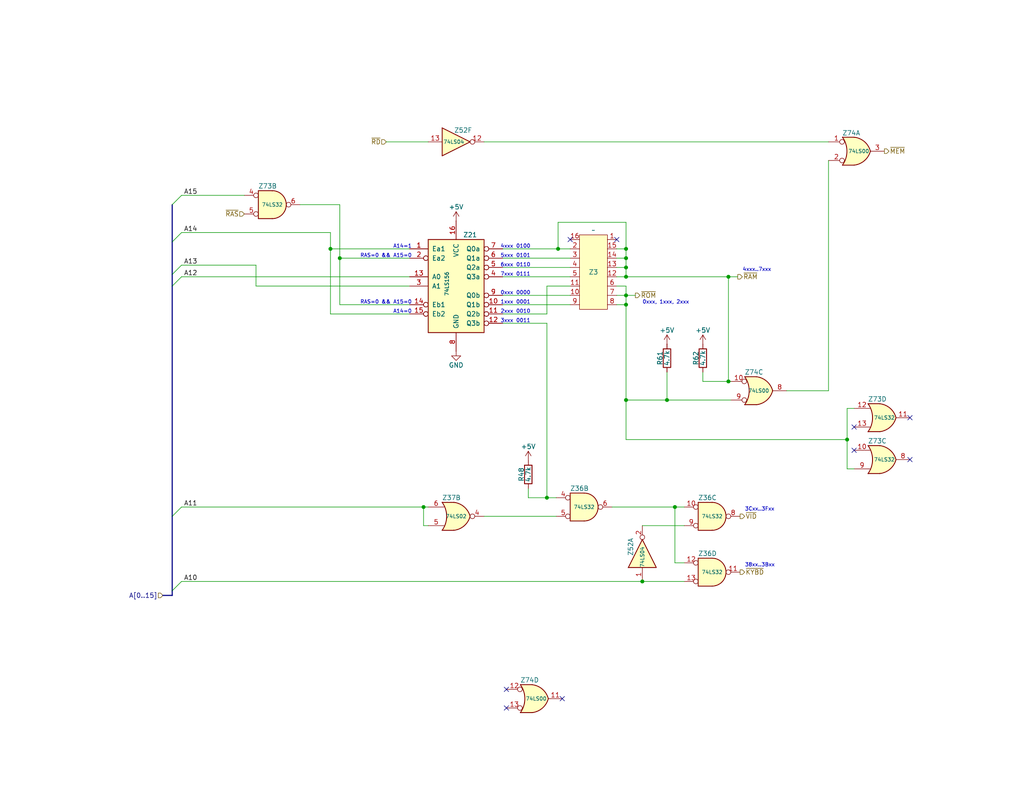
<source format=kicad_sch>
(kicad_sch (version 20231120) (generator "eeschema") (generator_version "8.0")
  (paper "USLetter")
  (title_block (title "TRS-80 Model I Rev D") (date "2024-11-20") (rev "E1A-D") (company "RetroStack - Marcel Erz") (comment 2 "Address decoder circuit for main board components (except IO)") (comment 4 "Address Decoder"))
  (lib_symbols
    (symbol "74xx:74LS00" (pin_names (offset 1.016))
      (property "Reference" "U" (at 0 1.27 0))
      (property "Value" "74LS00" (at 0 -1.27 0))
      (symbol "74LS00_1_1"
        (arc (start 0 -3.81) (mid 3.7934 0) (end 0 3.81) (stroke (width 0.254)) (fill (type background)))
        (polyline (pts (xy 0 3.81) (xy -3.81 3.81) (xy -3.81 -3.81) (xy 0 -3.81)) (stroke (width 0.254)) (fill (type background)))
        (pin input line (at -7.62 2.54 0) (length 3.81) (name "~") (number "1"))
        (pin input line (at -7.62 -2.54 0) (length 3.81) (name "~") (number "2"))
        (pin output inverted (at 7.62 0 180) (length 3.81) (name "~") (number "3"))
      )
      (symbol "74LS00_1_2"
        (arc (start -3.81 -3.81) (mid -2.589 0) (end -3.81 3.81) (stroke (width 0.254)))
        (arc (start -0.6096 -3.81) (mid 2.1842 -2.5851) (end 3.81 0) (stroke (width 0.254)) (fill (type background)))
        (polyline (pts (xy -3.81 -3.81) (xy -0.635 -3.81)) (stroke (width 0.254)) (fill (type background)))
        (polyline (pts (xy -3.81 3.81) (xy -0.635 3.81)) (stroke (width 0.254)) (fill (type background)))
        (polyline (pts (xy -0.635 3.81) (xy -3.81 3.81) (xy -3.81 3.81) (xy -3.556 3.4036) (xy -3.0226 2.2606) (xy -2.6924 1.0414) (xy -2.6162 -0.254) (xy -2.7686 -1.4986) (xy -3.175 -2.7178) (xy -3.81 -3.81) (xy -3.81 -3.81) (xy -0.635 -3.81)) (stroke (width -25.4)) (fill (type background)))
        (arc (start 3.81 0) (mid 2.1915 2.5936) (end -0.6096 3.81) (stroke (width 0.254)) (fill (type background)))
        (pin input inverted (at -7.62 2.54 0) (length 4.318) (name "~") (number "1"))
        (pin input inverted (at -7.62 -2.54 0) (length 4.318) (name "~") (number "2"))
        (pin output line (at 7.62 0 180) (length 3.81) (name "~") (number "3"))
      )
      (symbol "74LS00_2_1"
        (arc (start 0 -3.81) (mid 3.7934 0) (end 0 3.81) (stroke (width 0.254)) (fill (type background)))
        (polyline (pts (xy 0 3.81) (xy -3.81 3.81) (xy -3.81 -3.81) (xy 0 -3.81)) (stroke (width 0.254)) (fill (type background)))
        (pin input line (at -7.62 2.54 0) (length 3.81) (name "~") (number "4"))
        (pin input line (at -7.62 -2.54 0) (length 3.81) (name "~") (number "5"))
        (pin output inverted (at 7.62 0 180) (length 3.81) (name "~") (number "6"))
      )
      (symbol "74LS00_2_2"
        (arc (start -3.81 -3.81) (mid -2.589 0) (end -3.81 3.81) (stroke (width 0.254)))
        (arc (start -0.6096 -3.81) (mid 2.1842 -2.5851) (end 3.81 0) (stroke (width 0.254)) (fill (type background)))
        (polyline (pts (xy -3.81 -3.81) (xy -0.635 -3.81)) (stroke (width 0.254)) (fill (type background)))
        (polyline (pts (xy -3.81 3.81) (xy -0.635 3.81)) (stroke (width 0.254)) (fill (type background)))
        (polyline (pts (xy -0.635 3.81) (xy -3.81 3.81) (xy -3.81 3.81) (xy -3.556 3.4036) (xy -3.0226 2.2606) (xy -2.6924 1.0414) (xy -2.6162 -0.254) (xy -2.7686 -1.4986) (xy -3.175 -2.7178) (xy -3.81 -3.81) (xy -3.81 -3.81) (xy -0.635 -3.81)) (stroke (width -25.4)) (fill (type background)))
        (arc (start 3.81 0) (mid 2.1915 2.5936) (end -0.6096 3.81) (stroke (width 0.254)) (fill (type background)))
        (pin input inverted (at -7.62 2.54 0) (length 4.318) (name "~") (number "4"))
        (pin input inverted (at -7.62 -2.54 0) (length 4.318) (name "~") (number "5"))
        (pin output line (at 7.62 0 180) (length 3.81) (name "~") (number "6"))
      )
      (symbol "74LS00_3_1"
        (arc (start 0 -3.81) (mid 3.7934 0) (end 0 3.81) (stroke (width 0.254)) (fill (type background)))
        (polyline (pts (xy 0 3.81) (xy -3.81 3.81) (xy -3.81 -3.81) (xy 0 -3.81)) (stroke (width 0.254)) (fill (type background)))
        (pin input line (at -7.62 -2.54 0) (length 3.81) (name "~") (number "10"))
        (pin output inverted (at 7.62 0 180) (length 3.81) (name "~") (number "8"))
        (pin input line (at -7.62 2.54 0) (length 3.81) (name "~") (number "9"))
      )
      (symbol "74LS00_3_2"
        (arc (start -3.81 -3.81) (mid -2.589 0) (end -3.81 3.81) (stroke (width 0.254)))
        (arc (start -0.6096 -3.81) (mid 2.1842 -2.5851) (end 3.81 0) (stroke (width 0.254)) (fill (type background)))
        (polyline (pts (xy -3.81 -3.81) (xy -0.635 -3.81)) (stroke (width 0.254)) (fill (type background)))
        (polyline (pts (xy -3.81 3.81) (xy -0.635 3.81)) (stroke (width 0.254)) (fill (type background)))
        (polyline (pts (xy -0.635 3.81) (xy -3.81 3.81) (xy -3.81 3.81) (xy -3.556 3.4036) (xy -3.0226 2.2606) (xy -2.6924 1.0414) (xy -2.6162 -0.254) (xy -2.7686 -1.4986) (xy -3.175 -2.7178) (xy -3.81 -3.81) (xy -3.81 -3.81) (xy -0.635 -3.81)) (stroke (width -25.4)) (fill (type background)))
        (arc (start 3.81 0) (mid 2.1915 2.5936) (end -0.6096 3.81) (stroke (width 0.254)) (fill (type background)))
        (pin input inverted (at -7.62 -2.54 0) (length 4.318) (name "~") (number "10"))
        (pin output line (at 7.62 0 180) (length 3.81) (name "~") (number "8"))
        (pin input inverted (at -7.62 2.54 0) (length 4.318) (name "~") (number "9"))
      )
      (symbol "74LS00_4_1"
        (arc (start 0 -3.81) (mid 3.7934 0) (end 0 3.81) (stroke (width 0.254)) (fill (type background)))
        (polyline (pts (xy 0 3.81) (xy -3.81 3.81) (xy -3.81 -3.81) (xy 0 -3.81)) (stroke (width 0.254)) (fill (type background)))
        (pin output inverted (at 7.62 0 180) (length 3.81) (name "~") (number "11"))
        (pin input line (at -7.62 2.54 0) (length 3.81) (name "~") (number "12"))
        (pin input line (at -7.62 -2.54 0) (length 3.81) (name "~") (number "13"))
      )
      (symbol "74LS00_4_2"
        (arc (start -3.81 -3.81) (mid -2.589 0) (end -3.81 3.81) (stroke (width 0.254)))
        (arc (start -0.6096 -3.81) (mid 2.1842 -2.5851) (end 3.81 0) (stroke (width 0.254)) (fill (type background)))
        (polyline (pts (xy -3.81 -3.81) (xy -0.635 -3.81)) (stroke (width 0.254)) (fill (type background)))
        (polyline (pts (xy -3.81 3.81) (xy -0.635 3.81)) (stroke (width 0.254)) (fill (type background)))
        (polyline (pts (xy -0.635 3.81) (xy -3.81 3.81) (xy -3.81 3.81) (xy -3.556 3.4036) (xy -3.0226 2.2606) (xy -2.6924 1.0414) (xy -2.6162 -0.254) (xy -2.7686 -1.4986) (xy -3.175 -2.7178) (xy -3.81 -3.81) (xy -3.81 -3.81) (xy -0.635 -3.81)) (stroke (width -25.4)) (fill (type background)))
        (arc (start 3.81 0) (mid 2.1915 2.5936) (end -0.6096 3.81) (stroke (width 0.254)) (fill (type background)))
        (pin output line (at 7.62 0 180) (length 3.81) (name "~") (number "11"))
        (pin input inverted (at -7.62 2.54 0) (length 4.318) (name "~") (number "12"))
        (pin input inverted (at -7.62 -2.54 0) (length 4.318) (name "~") (number "13"))
      )
      (symbol "74LS00_5_0"
        (pin power_in line (at 0 12.7 270) (length 5.08) (name "VCC") (number "14"))
        (pin power_in line (at 0 -12.7 90) (length 5.08) (name "GND") (number "7"))
      )
      (symbol "74LS00_5_1"
        (rectangle (start -5.08 7.62) (end 5.08 -7.62) (stroke (width 0.254)) (fill (type background)))
      )
    )
    (symbol "74xx:74LS02" (pin_names (offset 1.016))
      (property "Reference" "U" (at 0 1.27 0))
      (property "Value" "74LS02" (at 0 -1.27 0))
      (symbol "74LS02_1_1"
        (arc (start -3.81 -3.81) (mid -2.589 0) (end -3.81 3.81) (stroke (width 0.254)))
        (arc (start -0.6096 -3.81) (mid 2.1842 -2.5851) (end 3.81 0) (stroke (width 0.254)) (fill (type background)))
        (polyline (pts (xy -3.81 -3.81) (xy -0.635 -3.81)) (stroke (width 0.254)) (fill (type background)))
        (polyline (pts (xy -3.81 3.81) (xy -0.635 3.81)) (stroke (width 0.254)) (fill (type background)))
        (polyline (pts (xy -0.635 3.81) (xy -3.81 3.81) (xy -3.81 3.81) (xy -3.556 3.4036) (xy -3.0226 2.2606) (xy -2.6924 1.0414) (xy -2.6162 -0.254) (xy -2.7686 -1.4986) (xy -3.175 -2.7178) (xy -3.81 -3.81) (xy -3.81 -3.81) (xy -0.635 -3.81)) (stroke (width -25.4)) (fill (type background)))
        (arc (start 3.81 0) (mid 2.1915 2.5936) (end -0.6096 3.81) (stroke (width 0.254)) (fill (type background)))
        (pin output inverted (at 7.62 0 180) (length 3.81) (name "~") (number "1"))
        (pin input line (at -7.62 2.54 0) (length 4.318) (name "~") (number "2"))
        (pin input line (at -7.62 -2.54 0) (length 4.318) (name "~") (number "3"))
      )
      (symbol "74LS02_1_2"
        (arc (start 0 -3.81) (mid 3.7934 0) (end 0 3.81) (stroke (width 0.254)) (fill (type background)))
        (polyline (pts (xy 0 3.81) (xy -3.81 3.81) (xy -3.81 -3.81) (xy 0 -3.81)) (stroke (width 0.254)) (fill (type background)))
        (pin output line (at 7.62 0 180) (length 3.81) (name "~") (number "1"))
        (pin input inverted (at -7.62 2.54 0) (length 3.81) (name "~") (number "2"))
        (pin input inverted (at -7.62 -2.54 0) (length 3.81) (name "~") (number "3"))
      )
      (symbol "74LS02_2_1"
        (arc (start -3.81 -3.81) (mid -2.589 0) (end -3.81 3.81) (stroke (width 0.254)))
        (arc (start -0.6096 -3.81) (mid 2.1842 -2.5851) (end 3.81 0) (stroke (width 0.254)) (fill (type background)))
        (polyline (pts (xy -3.81 -3.81) (xy -0.635 -3.81)) (stroke (width 0.254)) (fill (type background)))
        (polyline (pts (xy -3.81 3.81) (xy -0.635 3.81)) (stroke (width 0.254)) (fill (type background)))
        (polyline (pts (xy -0.635 3.81) (xy -3.81 3.81) (xy -3.81 3.81) (xy -3.556 3.4036) (xy -3.0226 2.2606) (xy -2.6924 1.0414) (xy -2.6162 -0.254) (xy -2.7686 -1.4986) (xy -3.175 -2.7178) (xy -3.81 -3.81) (xy -3.81 -3.81) (xy -0.635 -3.81)) (stroke (width -25.4)) (fill (type background)))
        (arc (start 3.81 0) (mid 2.1915 2.5936) (end -0.6096 3.81) (stroke (width 0.254)) (fill (type background)))
        (pin output inverted (at 7.62 0 180) (length 3.81) (name "~") (number "4"))
        (pin input line (at -7.62 2.54 0) (length 4.318) (name "~") (number "5"))
        (pin input line (at -7.62 -2.54 0) (length 4.318) (name "~") (number "6"))
      )
      (symbol "74LS02_2_2"
        (arc (start 0 -3.81) (mid 3.7934 0) (end 0 3.81) (stroke (width 0.254)) (fill (type background)))
        (polyline (pts (xy 0 3.81) (xy -3.81 3.81) (xy -3.81 -3.81) (xy 0 -3.81)) (stroke (width 0.254)) (fill (type background)))
        (pin output line (at 7.62 0 180) (length 3.81) (name "~") (number "4"))
        (pin input inverted (at -7.62 2.54 0) (length 3.81) (name "~") (number "5"))
        (pin input inverted (at -7.62 -2.54 0) (length 3.81) (name "~") (number "6"))
      )
      (symbol "74LS02_3_1"
        (arc (start -3.81 -3.81) (mid -2.589 0) (end -3.81 3.81) (stroke (width 0.254)))
        (arc (start -0.6096 -3.81) (mid 2.1842 -2.5851) (end 3.81 0) (stroke (width 0.254)) (fill (type background)))
        (polyline (pts (xy -3.81 -3.81) (xy -0.635 -3.81)) (stroke (width 0.254)) (fill (type background)))
        (polyline (pts (xy -3.81 3.81) (xy -0.635 3.81)) (stroke (width 0.254)) (fill (type background)))
        (polyline (pts (xy -0.635 3.81) (xy -3.81 3.81) (xy -3.81 3.81) (xy -3.556 3.4036) (xy -3.0226 2.2606) (xy -2.6924 1.0414) (xy -2.6162 -0.254) (xy -2.7686 -1.4986) (xy -3.175 -2.7178) (xy -3.81 -3.81) (xy -3.81 -3.81) (xy -0.635 -3.81)) (stroke (width -25.4)) (fill (type background)))
        (arc (start 3.81 0) (mid 2.1915 2.5936) (end -0.6096 3.81) (stroke (width 0.254)) (fill (type background)))
        (pin output inverted (at 7.62 0 180) (length 3.81) (name "~") (number "10"))
        (pin input line (at -7.62 2.54 0) (length 4.318) (name "~") (number "8"))
        (pin input line (at -7.62 -2.54 0) (length 4.318) (name "~") (number "9"))
      )
      (symbol "74LS02_3_2"
        (arc (start 0 -3.81) (mid 3.7934 0) (end 0 3.81) (stroke (width 0.254)) (fill (type background)))
        (polyline (pts (xy 0 3.81) (xy -3.81 3.81) (xy -3.81 -3.81) (xy 0 -3.81)) (stroke (width 0.254)) (fill (type background)))
        (pin output line (at 7.62 0 180) (length 3.81) (name "~") (number "10"))
        (pin input inverted (at -7.62 2.54 0) (length 3.81) (name "~") (number "8"))
        (pin input inverted (at -7.62 -2.54 0) (length 3.81) (name "~") (number "9"))
      )
      (symbol "74LS02_4_1"
        (arc (start -3.81 -3.81) (mid -2.589 0) (end -3.81 3.81) (stroke (width 0.254)))
        (arc (start -0.6096 -3.81) (mid 2.1842 -2.5851) (end 3.81 0) (stroke (width 0.254)) (fill (type background)))
        (polyline (pts (xy -3.81 -3.81) (xy -0.635 -3.81)) (stroke (width 0.254)) (fill (type background)))
        (polyline (pts (xy -3.81 3.81) (xy -0.635 3.81)) (stroke (width 0.254)) (fill (type background)))
        (polyline (pts (xy -0.635 3.81) (xy -3.81 3.81) (xy -3.81 3.81) (xy -3.556 3.4036) (xy -3.0226 2.2606) (xy -2.6924 1.0414) (xy -2.6162 -0.254) (xy -2.7686 -1.4986) (xy -3.175 -2.7178) (xy -3.81 -3.81) (xy -3.81 -3.81) (xy -0.635 -3.81)) (stroke (width -25.4)) (fill (type background)))
        (arc (start 3.81 0) (mid 2.1915 2.5936) (end -0.6096 3.81) (stroke (width 0.254)) (fill (type background)))
        (pin input line (at -7.62 2.54 0) (length 4.318) (name "~") (number "11"))
        (pin input line (at -7.62 -2.54 0) (length 4.318) (name "~") (number "12"))
        (pin output inverted (at 7.62 0 180) (length 3.81) (name "~") (number "13"))
      )
      (symbol "74LS02_4_2"
        (arc (start 0 -3.81) (mid 3.7934 0) (end 0 3.81) (stroke (width 0.254)) (fill (type background)))
        (polyline (pts (xy 0 3.81) (xy -3.81 3.81) (xy -3.81 -3.81) (xy 0 -3.81)) (stroke (width 0.254)) (fill (type background)))
        (pin input inverted (at -7.62 2.54 0) (length 3.81) (name "~") (number "11"))
        (pin input inverted (at -7.62 -2.54 0) (length 3.81) (name "~") (number "12"))
        (pin output line (at 7.62 0 180) (length 3.81) (name "~") (number "13"))
      )
      (symbol "74LS02_5_0"
        (pin power_in line (at 0 12.7 270) (length 5.08) (name "VCC") (number "14"))
        (pin power_in line (at 0 -12.7 90) (length 5.08) (name "GND") (number "7"))
      )
      (symbol "74LS02_5_1"
        (rectangle (start -5.08 7.62) (end 5.08 -7.62) (stroke (width 0.254)) (fill (type background)))
      )
    )
    (symbol "74xx:74LS04"
      (property "Reference" "U" (at 0 1.27 0))
      (property "Value" "74LS04" (at 0 -1.27 0))
      (symbol "74LS04_1_0"
        (polyline (pts (xy -3.81 3.81) (xy -3.81 -3.81) (xy 3.81 0) (xy -3.81 3.81)) (stroke (width 0.254)) (fill (type background)))
        (pin input line (at -7.62 0 0) (length 3.81) (name "~") (number "1"))
        (pin output inverted (at 7.62 0 180) (length 3.81) (name "~") (number "2"))
      )
      (symbol "74LS04_2_0"
        (polyline (pts (xy -3.81 3.81) (xy -3.81 -3.81) (xy 3.81 0) (xy -3.81 3.81)) (stroke (width 0.254)) (fill (type background)))
        (pin input line (at -7.62 0 0) (length 3.81) (name "~") (number "3"))
        (pin output inverted (at 7.62 0 180) (length 3.81) (name "~") (number "4"))
      )
      (symbol "74LS04_3_0"
        (polyline (pts (xy -3.81 3.81) (xy -3.81 -3.81) (xy 3.81 0) (xy -3.81 3.81)) (stroke (width 0.254)) (fill (type background)))
        (pin input line (at -7.62 0 0) (length 3.81) (name "~") (number "5"))
        (pin output inverted (at 7.62 0 180) (length 3.81) (name "~") (number "6"))
      )
      (symbol "74LS04_4_0"
        (polyline (pts (xy -3.81 3.81) (xy -3.81 -3.81) (xy 3.81 0) (xy -3.81 3.81)) (stroke (width 0.254)) (fill (type background)))
        (pin output inverted (at 7.62 0 180) (length 3.81) (name "~") (number "8"))
        (pin input line (at -7.62 0 0) (length 3.81) (name "~") (number "9"))
      )
      (symbol "74LS04_5_0"
        (polyline (pts (xy -3.81 3.81) (xy -3.81 -3.81) (xy 3.81 0) (xy -3.81 3.81)) (stroke (width 0.254)) (fill (type background)))
        (pin output inverted (at 7.62 0 180) (length 3.81) (name "~") (number "10"))
        (pin input line (at -7.62 0 0) (length 3.81) (name "~") (number "11"))
      )
      (symbol "74LS04_6_0"
        (polyline (pts (xy -3.81 3.81) (xy -3.81 -3.81) (xy 3.81 0) (xy -3.81 3.81)) (stroke (width 0.254)) (fill (type background)))
        (pin output inverted (at 7.62 0 180) (length 3.81) (name "~") (number "12"))
        (pin input line (at -7.62 0 0) (length 3.81) (name "~") (number "13"))
      )
      (symbol "74LS04_7_0"
        (pin power_in line (at 0 12.7 270) (length 5.08) (name "VCC") (number "14"))
        (pin power_in line (at 0 -12.7 90) (length 5.08) (name "GND") (number "7"))
      )
      (symbol "74LS04_7_1"
        (rectangle (start -5.08 7.62) (end 5.08 -7.62) (stroke (width 0.254)) (fill (type background)))
      )
    )
    (symbol "74xx:74LS156" (pin_names (offset 1.016))
      (property "Reference" "U" (at -7.62 13.97 0))
      (property "Value" "74LS156" (at -7.62 -13.97 0))
      (symbol "74LS156_1_0"
        (pin input line (at -12.7 10.16 0) (length 5.08) (name "Ea1") (number "1"))
        (pin output inverted (at 12.7 -5.08 180) (length 5.08) (name "Q1b") (number "10"))
        (pin output inverted (at 12.7 -7.62 180) (length 5.08) (name "Q2b") (number "11"))
        (pin output inverted (at 12.7 -10.16 180) (length 5.08) (name "Q3b") (number "12"))
        (pin input line (at -12.7 2.54 0) (length 5.08) (name "A0") (number "13"))
        (pin input inverted (at -12.7 -5.08 0) (length 5.08) (name "Eb1") (number "14"))
        (pin input inverted (at -12.7 -7.62 0) (length 5.08) (name "Eb2") (number "15"))
        (pin power_in line (at 0 17.78 270) (length 5.08) (name "VCC") (number "16"))
        (pin input inverted (at -12.7 7.62 0) (length 5.08) (name "Ea2") (number "2"))
        (pin input line (at -12.7 0 0) (length 5.08) (name "A1") (number "3"))
        (pin output inverted (at 12.7 2.54 180) (length 5.08) (name "Q3a") (number "4"))
        (pin output inverted (at 12.7 5.08 180) (length 5.08) (name "Q2a") (number "5"))
        (pin output inverted (at 12.7 7.62 180) (length 5.08) (name "Q1a") (number "6"))
        (pin output inverted (at 12.7 10.16 180) (length 5.08) (name "Q0a") (number "7"))
        (pin power_in line (at 0 -17.78 90) (length 5.08) (name "GND") (number "8"))
        (pin output inverted (at 12.7 -2.54 180) (length 5.08) (name "Q0b") (number "9"))
      )
      (symbol "74LS156_1_1"
        (rectangle (start -7.62 12.7) (end 7.62 -12.7) (stroke (width 0.254)) (fill (type background)))
      )
    )
    (symbol "74xx:74LS32" (pin_names (offset 1.016))
      (property "Reference" "U" (at 0 1.27 0))
      (property "Value" "74LS32" (at 0 -1.27 0))
      (symbol "74LS32_1_1"
        (arc (start -3.81 -3.81) (mid -2.589 0) (end -3.81 3.81) (stroke (width 0.254)))
        (arc (start -0.6096 -3.81) (mid 2.1842 -2.5851) (end 3.81 0) (stroke (width 0.254)) (fill (type background)))
        (polyline (pts (xy -3.81 -3.81) (xy -0.635 -3.81)) (stroke (width 0.254)) (fill (type background)))
        (polyline (pts (xy -3.81 3.81) (xy -0.635 3.81)) (stroke (width 0.254)) (fill (type background)))
        (polyline (pts (xy -0.635 3.81) (xy -3.81 3.81) (xy -3.81 3.81) (xy -3.556 3.4036) (xy -3.0226 2.2606) (xy -2.6924 1.0414) (xy -2.6162 -0.254) (xy -2.7686 -1.4986) (xy -3.175 -2.7178) (xy -3.81 -3.81) (xy -3.81 -3.81) (xy -0.635 -3.81)) (stroke (width -25.4)) (fill (type background)))
        (arc (start 3.81 0) (mid 2.1915 2.5936) (end -0.6096 3.81) (stroke (width 0.254)) (fill (type background)))
        (pin input line (at -7.62 2.54 0) (length 4.318) (name "~") (number "1"))
        (pin input line (at -7.62 -2.54 0) (length 4.318) (name "~") (number "2"))
        (pin output line (at 7.62 0 180) (length 3.81) (name "~") (number "3"))
      )
      (symbol "74LS32_1_2"
        (arc (start 0 -3.81) (mid 3.7934 0) (end 0 3.81) (stroke (width 0.254)) (fill (type background)))
        (polyline (pts (xy 0 3.81) (xy -3.81 3.81) (xy -3.81 -3.81) (xy 0 -3.81)) (stroke (width 0.254)) (fill (type background)))
        (pin input inverted (at -7.62 2.54 0) (length 3.81) (name "~") (number "1"))
        (pin input inverted (at -7.62 -2.54 0) (length 3.81) (name "~") (number "2"))
        (pin output inverted (at 7.62 0 180) (length 3.81) (name "~") (number "3"))
      )
      (symbol "74LS32_2_1"
        (arc (start -3.81 -3.81) (mid -2.589 0) (end -3.81 3.81) (stroke (width 0.254)))
        (arc (start -0.6096 -3.81) (mid 2.1842 -2.5851) (end 3.81 0) (stroke (width 0.254)) (fill (type background)))
        (polyline (pts (xy -3.81 -3.81) (xy -0.635 -3.81)) (stroke (width 0.254)) (fill (type background)))
        (polyline (pts (xy -3.81 3.81) (xy -0.635 3.81)) (stroke (width 0.254)) (fill (type background)))
        (polyline (pts (xy -0.635 3.81) (xy -3.81 3.81) (xy -3.81 3.81) (xy -3.556 3.4036) (xy -3.0226 2.2606) (xy -2.6924 1.0414) (xy -2.6162 -0.254) (xy -2.7686 -1.4986) (xy -3.175 -2.7178) (xy -3.81 -3.81) (xy -3.81 -3.81) (xy -0.635 -3.81)) (stroke (width -25.4)) (fill (type background)))
        (arc (start 3.81 0) (mid 2.1915 2.5936) (end -0.6096 3.81) (stroke (width 0.254)) (fill (type background)))
        (pin input line (at -7.62 2.54 0) (length 4.318) (name "~") (number "4"))
        (pin input line (at -7.62 -2.54 0) (length 4.318) (name "~") (number "5"))
        (pin output line (at 7.62 0 180) (length 3.81) (name "~") (number "6"))
      )
      (symbol "74LS32_2_2"
        (arc (start 0 -3.81) (mid 3.7934 0) (end 0 3.81) (stroke (width 0.254)) (fill (type background)))
        (polyline (pts (xy 0 3.81) (xy -3.81 3.81) (xy -3.81 -3.81) (xy 0 -3.81)) (stroke (width 0.254)) (fill (type background)))
        (pin input inverted (at -7.62 2.54 0) (length 3.81) (name "~") (number "4"))
        (pin input inverted (at -7.62 -2.54 0) (length 3.81) (name "~") (number "5"))
        (pin output inverted (at 7.62 0 180) (length 3.81) (name "~") (number "6"))
      )
      (symbol "74LS32_3_1"
        (arc (start -3.81 -3.81) (mid -2.589 0) (end -3.81 3.81) (stroke (width 0.254)))
        (arc (start -0.6096 -3.81) (mid 2.1842 -2.5851) (end 3.81 0) (stroke (width 0.254)) (fill (type background)))
        (polyline (pts (xy -3.81 -3.81) (xy -0.635 -3.81)) (stroke (width 0.254)) (fill (type background)))
        (polyline (pts (xy -3.81 3.81) (xy -0.635 3.81)) (stroke (width 0.254)) (fill (type background)))
        (polyline (pts (xy -0.635 3.81) (xy -3.81 3.81) (xy -3.81 3.81) (xy -3.556 3.4036) (xy -3.0226 2.2606) (xy -2.6924 1.0414) (xy -2.6162 -0.254) (xy -2.7686 -1.4986) (xy -3.175 -2.7178) (xy -3.81 -3.81) (xy -3.81 -3.81) (xy -0.635 -3.81)) (stroke (width -25.4)) (fill (type background)))
        (arc (start 3.81 0) (mid 2.1915 2.5936) (end -0.6096 3.81) (stroke (width 0.254)) (fill (type background)))
        (pin input line (at -7.62 -2.54 0) (length 4.318) (name "~") (number "10"))
        (pin output line (at 7.62 0 180) (length 3.81) (name "~") (number "8"))
        (pin input line (at -7.62 2.54 0) (length 4.318) (name "~") (number "9"))
      )
      (symbol "74LS32_3_2"
        (arc (start 0 -3.81) (mid 3.7934 0) (end 0 3.81) (stroke (width 0.254)) (fill (type background)))
        (polyline (pts (xy 0 3.81) (xy -3.81 3.81) (xy -3.81 -3.81) (xy 0 -3.81)) (stroke (width 0.254)) (fill (type background)))
        (pin input inverted (at -7.62 -2.54 0) (length 3.81) (name "~") (number "10"))
        (pin output inverted (at 7.62 0 180) (length 3.81) (name "~") (number "8"))
        (pin input inverted (at -7.62 2.54 0) (length 3.81) (name "~") (number "9"))
      )
      (symbol "74LS32_4_1"
        (arc (start -3.81 -3.81) (mid -2.589 0) (end -3.81 3.81) (stroke (width 0.254)))
        (arc (start -0.6096 -3.81) (mid 2.1842 -2.5851) (end 3.81 0) (stroke (width 0.254)) (fill (type background)))
        (polyline (pts (xy -3.81 -3.81) (xy -0.635 -3.81)) (stroke (width 0.254)) (fill (type background)))
        (polyline (pts (xy -3.81 3.81) (xy -0.635 3.81)) (stroke (width 0.254)) (fill (type background)))
        (polyline (pts (xy -0.635 3.81) (xy -3.81 3.81) (xy -3.81 3.81) (xy -3.556 3.4036) (xy -3.0226 2.2606) (xy -2.6924 1.0414) (xy -2.6162 -0.254) (xy -2.7686 -1.4986) (xy -3.175 -2.7178) (xy -3.81 -3.81) (xy -3.81 -3.81) (xy -0.635 -3.81)) (stroke (width -25.4)) (fill (type background)))
        (arc (start 3.81 0) (mid 2.1915 2.5936) (end -0.6096 3.81) (stroke (width 0.254)) (fill (type background)))
        (pin output line (at 7.62 0 180) (length 3.81) (name "~") (number "11"))
        (pin input line (at -7.62 2.54 0) (length 4.318) (name "~") (number "12"))
        (pin input line (at -7.62 -2.54 0) (length 4.318) (name "~") (number "13"))
      )
      (symbol "74LS32_4_2"
        (arc (start 0 -3.81) (mid 3.7934 0) (end 0 3.81) (stroke (width 0.254)) (fill (type background)))
        (polyline (pts (xy 0 3.81) (xy -3.81 3.81) (xy -3.81 -3.81) (xy 0 -3.81)) (stroke (width 0.254)) (fill (type background)))
        (pin output inverted (at 7.62 0 180) (length 3.81) (name "~") (number "11"))
        (pin input inverted (at -7.62 2.54 0) (length 3.81) (name "~") (number "12"))
        (pin input inverted (at -7.62 -2.54 0) (length 3.81) (name "~") (number "13"))
      )
      (symbol "74LS32_5_0"
        (pin power_in line (at 0 12.7 270) (length 5.08) (name "VCC") (number "14"))
        (pin power_in line (at 0 -12.7 90) (length 5.08) (name "GND") (number "7"))
      )
      (symbol "74LS32_5_1"
        (rectangle (start -5.08 7.62) (end 5.08 -7.62) (stroke (width 0.254)) (fill (type background)))
      )
    )
    (symbol "Device:R" (pin_numbers hide) (pin_names (offset 0))
      (property "Reference" "R" (at 2.032 0 90))
      (property "Value" "R" (at 0 0 90))
      (symbol "R_0_1"
        (rectangle (start -1.016 -2.54) (end 1.016 2.54) (stroke (width 0.254)))
      )
      (symbol "R_1_1"
        (pin passive line (at 0 3.81 270) (length 1.27) (name "~") (number "1"))
        (pin passive line (at 0 -3.81 90) (length 1.27) (name "~") (number "2"))
      )
    )
    (symbol "RetroStackLibrary:TRS80_Model_I_X3"
      (property "Reference" "X" (at 0 0 0))
      (property "Value" "TRS80_Model_I_X3" (at 0 0 0))
      (symbol "TRS80_Model_I_X3_1_1"
        (rectangle (start -3.81 -1.27) (end 3.81 -21.59) (fill (type background)))
        (pin passive line (at 6.35 -2.54 180) (length 2.54) (name "~") (number "1"))
        (pin passive line (at -6.35 -17.78 0) (length 2.54) (name "~") (number "10"))
        (pin passive line (at -6.35 -15.24 0) (length 2.54) (name "~") (number "11"))
        (pin passive line (at 6.35 -12.7 180) (length 2.54) (name "~") (number "12"))
        (pin passive line (at 6.35 -10.16 180) (length 2.54) (name "~") (number "13"))
        (pin passive line (at 6.35 -7.62 180) (length 2.54) (name "~") (number "14"))
        (pin passive line (at 6.35 -5.08 180) (length 2.54) (name "~") (number "15"))
        (pin passive line (at -6.35 -2.54 0) (length 2.54) (name "~") (number "16"))
        (pin passive line (at -6.35 -5.08 0) (length 2.54) (name "~") (number "2"))
        (pin passive line (at -6.35 -7.62 0) (length 2.54) (name "~") (number "3"))
        (pin passive line (at -6.35 -10.16 0) (length 2.54) (name "~") (number "4"))
        (pin passive line (at -6.35 -12.7 0) (length 2.54) (name "~") (number "5"))
        (pin passive line (at 6.35 -15.24 180) (length 2.54) (name "~") (number "6"))
        (pin passive line (at 6.35 -17.78 180) (length 2.54) (name "~") (number "7"))
        (pin passive line (at 6.35 -20.32 180) (length 2.54) (name "~") (number "8"))
        (pin passive line (at -6.35 -20.32 0) (length 2.54) (name "~") (number "9"))
      )
    )
    (symbol "power:+5V" (power) (pin_numbers hide) (pin_names (offset 0) hide)
      (property "Value" "+5V" (at 0 3.556 0))
      (symbol "+5V_0_1"
        (polyline (pts (xy -0.762 1.27) (xy 0 2.54)))
        (polyline (pts (xy 0 0) (xy 0 2.54)))
        (polyline (pts (xy 0 2.54) (xy 0.762 1.27)))
      )
      (symbol "+5V_1_1"
        (pin power_in line (at 0 0 90) (length 0) (name "~") (number "1"))
      )
    )
    (symbol "power:GND" (power) (pin_numbers hide) (pin_names (offset 0) hide)
      (property "Value" "GND" (at 0 -3.81 0))
      (symbol "GND_0_1"
        (polyline (pts (xy 0 0) (xy 0 -1.27) (xy 1.27 -1.27) (xy 0 -2.54) (xy -1.27 -1.27) (xy 0 -1.27)))
      )
      (symbol "GND_1_1"
        (pin power_in line (at 0 0 270) (length 0) (name "~") (number "1"))
      )
    )
  )
  (junction (at 231.14 120.015))
  (junction (at 149.225 135.89))
  (junction (at 170.815 80.645))
  (junction (at 170.815 73.025))
  (junction (at 170.815 109.22))
  (junction (at 115.57 138.43))
  (junction (at 170.815 67.945))
  (junction (at 181.991 109.22))
  (junction (at 198.755 75.565))
  (junction (at 198.755 104.14))
  (junction (at 175.26 158.75))
  (junction (at 170.815 75.565))
  (junction (at 92.71 70.485))
  (junction (at 184.15 138.43))
  (junction (at 90.17 67.945))
  (junction (at 170.815 83.185))
  (junction (at 152.273 67.945))
  (junction (at 170.815 70.485))
  (no_connect (at 233.045 116.586))
  (no_connect (at 138.176 193.294))
  (no_connect (at 155.575 65.405))
  (no_connect (at 248.285 125.476))
  (no_connect (at 168.275 65.405))
  (no_connect (at 248.285 114.046))
  (no_connect (at 138.176 188.214))
  (no_connect (at 153.416 190.754))
  (no_connect (at 233.045 122.936))
  (bus_entry (at 49.53 138.43) (size -2.54 2.54))
  (bus_entry (at 49.53 158.75) (size -2.54 2.54))
  (bus_entry (at 49.53 75.565) (size -2.54 2.54))
  (bus_entry (at 49.53 63.5) (size -2.54 2.54))
  (bus_entry (at 49.53 53.34) (size -2.54 2.54))
  (bus_entry (at 49.53 72.39) (size -2.54 2.54))
  (wire (pts (xy 152.273 60.706) (xy 152.273 67.945)))
  (wire (pts (xy 170.815 75.565) (xy 198.755 75.565)))
  (wire (pts (xy 231.14 111.506) (xy 231.14 120.015)))
  (wire (pts (xy 170.815 78.105) (xy 168.275 78.105)))
  (wire (pts (xy 231.14 111.506) (xy 233.045 111.506)))
  (wire (pts (xy 184.15 138.43) (xy 186.69 138.43)))
  (wire (pts (xy 132.08 38.735) (xy 226.06 38.735)))
  (wire (pts (xy 137.16 80.645) (xy 155.575 80.645)))
  (wire (pts (xy 137.16 75.565) (xy 155.575 75.565)))
  (wire (pts (xy 152.273 67.945) (xy 155.575 67.945)))
  (bus (pts (xy 46.99 140.97) (xy 46.99 161.29)))
  (wire (pts (xy 115.57 143.51) (xy 115.57 138.43)))
  (wire (pts (xy 168.275 70.485) (xy 170.815 70.485)))
  (wire (pts (xy 149.225 78.105) (xy 149.225 85.725)))
  (wire (pts (xy 198.755 75.565) (xy 201.295 75.565)))
  (wire (pts (xy 175.26 143.51) (xy 186.69 143.51)))
  (wire (pts (xy 170.815 70.485) (xy 170.815 73.025)))
  (bus (pts (xy 44.45 162.56) (xy 46.99 162.56)))
  (wire (pts (xy 90.17 67.945) (xy 111.76 67.945)))
  (wire (pts (xy 184.15 153.67) (xy 186.69 153.67)))
  (wire (pts (xy 191.77 104.14) (xy 198.755 104.14)))
  (wire (pts (xy 198.755 104.14) (xy 199.39 104.14)))
  (wire (pts (xy 49.53 72.39) (xy 69.85 72.39)))
  (bus (pts (xy 46.99 66.04) (xy 46.99 74.93)))
  (wire (pts (xy 137.16 70.485) (xy 155.575 70.485)))
  (wire (pts (xy 132.08 140.97) (xy 151.765 140.97)))
  (wire (pts (xy 137.16 67.945) (xy 152.273 67.945)))
  (wire (pts (xy 167.005 138.43) (xy 184.15 138.43)))
  (wire (pts (xy 184.15 138.43) (xy 184.15 153.67)))
  (wire (pts (xy 231.14 120.015) (xy 231.14 128.016)))
  (wire (pts (xy 90.17 67.945) (xy 90.17 85.725)))
  (wire (pts (xy 198.755 75.565) (xy 198.755 104.14)))
  (wire (pts (xy 175.26 158.75) (xy 186.69 158.75)))
  (wire (pts (xy 90.17 63.5) (xy 90.17 67.945)))
  (wire (pts (xy 49.53 138.43) (xy 115.57 138.43)))
  (wire (pts (xy 81.915 55.88) (xy 92.71 55.88)))
  (wire (pts (xy 92.71 70.485) (xy 111.76 70.485)))
  (wire (pts (xy 170.815 75.565) (xy 170.815 73.025)))
  (bus (pts (xy 46.99 66.04) (xy 46.99 55.88)))
  (wire (pts (xy 168.275 75.565) (xy 170.815 75.565)))
  (wire (pts (xy 191.77 101.6) (xy 191.77 104.14)))
  (wire (pts (xy 69.85 72.39) (xy 69.85 78.105)))
  (wire (pts (xy 111.76 85.725) (xy 90.17 85.725)))
  (wire (pts (xy 170.815 80.645) (xy 173.355 80.645)))
  (wire (pts (xy 115.57 138.43) (xy 116.84 138.43)))
  (wire (pts (xy 149.225 135.89) (xy 149.225 88.265)))
  (wire (pts (xy 170.815 109.22) (xy 170.815 120.015)))
  (wire (pts (xy 49.53 75.565) (xy 111.76 75.565)))
  (wire (pts (xy 49.53 158.75) (xy 175.26 158.75)))
  (wire (pts (xy 168.275 73.025) (xy 170.815 73.025)))
  (wire (pts (xy 170.815 78.105) (xy 170.815 80.645)))
  (wire (pts (xy 137.16 73.025) (xy 155.575 73.025)))
  (bus (pts (xy 46.99 161.29) (xy 46.99 162.56)))
  (wire (pts (xy 92.71 55.88) (xy 92.71 70.485)))
  (wire (pts (xy 170.815 67.945) (xy 170.815 70.485)))
  (wire (pts (xy 170.815 80.645) (xy 170.815 83.185)))
  (wire (pts (xy 144.145 135.89) (xy 149.225 135.89)))
  (wire (pts (xy 105.41 38.735) (xy 116.84 38.735)))
  (wire (pts (xy 170.815 83.185) (xy 170.815 109.22)))
  (wire (pts (xy 168.275 67.945) (xy 170.815 67.945)))
  (wire (pts (xy 137.16 85.725) (xy 149.225 85.725)))
  (wire (pts (xy 137.16 83.185) (xy 155.575 83.185)))
  (wire (pts (xy 199.39 109.22) (xy 181.991 109.22)))
  (wire (pts (xy 49.53 53.34) (xy 66.675 53.34)))
  (wire (pts (xy 181.991 101.6) (xy 181.991 109.22)))
  (wire (pts (xy 155.575 78.105) (xy 149.225 78.105)))
  (wire (pts (xy 170.815 120.015) (xy 231.14 120.015)))
  (wire (pts (xy 231.14 128.016) (xy 233.045 128.016)))
  (wire (pts (xy 151.765 135.89) (xy 149.225 135.89)))
  (wire (pts (xy 170.815 60.706) (xy 152.273 60.706)))
  (wire (pts (xy 92.71 70.485) (xy 92.71 83.185)))
  (bus (pts (xy 46.99 74.93) (xy 46.99 78.105)))
  (wire (pts (xy 92.71 83.185) (xy 111.76 83.185)))
  (wire (pts (xy 144.145 133.35) (xy 144.145 135.89)))
  (wire (pts (xy 168.275 80.645) (xy 170.815 80.645)))
  (wire (pts (xy 214.63 106.68) (xy 226.06 106.68)))
  (bus (pts (xy 46.99 78.105) (xy 46.99 140.97)))
  (wire (pts (xy 116.84 143.51) (xy 115.57 143.51)))
  (wire (pts (xy 168.275 83.185) (xy 170.815 83.185)))
  (wire (pts (xy 149.225 88.265) (xy 137.16 88.265)))
  (wire (pts (xy 49.53 63.5) (xy 90.17 63.5)))
  (wire (pts (xy 181.991 109.22) (xy 170.815 109.22)))
  (wire (pts (xy 170.815 67.945) (xy 170.815 60.706)))
  (wire (pts (xy 69.85 78.105) (xy 111.76 78.105)))
  (wire (pts (xy 226.06 106.68) (xy 226.06 43.815)))
  (text "38xx..3Bxx" (at 203.2 154.94 0) (effects (font (size 1 1)) (justify left bottom)))
  (text "5xxx" (at 136.525 70.485 0) (effects (font (size 1 1)) (justify left bottom)))
  (text "4xxx" (at 136.525 67.945 0) (effects (font (size 1 1)) (justify left bottom)))
  (text "0001" (at 144.78 83.185 0) (effects (font (size 1 1)) (justify right bottom)))
  (text "0000" (at 144.78 80.645 0) (effects (font (size 1 1)) (justify right bottom)))
  (text "0111" (at 144.78 75.565 0) (effects (font (size 1 1)) (justify right bottom)))
  (text "RAS=0 && A15=0" (at 112.395 70.485 0) (effects (font (size 1 1)) (justify right bottom)))
  (text "7xxx" (at 136.525 75.565 0) (effects (font (size 1 1)) (justify left bottom)))
  (text "2xxx" (at 136.525 85.725 0) (effects (font (size 1 1)) (justify left bottom)))
  (text "0100" (at 144.78 67.945 0) (effects (font (size 1 1)) (justify right bottom)))
  (text "0xxx, 1xxx, 2xxx" (at 175.26 83.185 0) (effects (font (size 1 1)) (justify left bottom)))
  (text "0011" (at 144.78 88.265 0) (effects (font (size 1 1)) (justify right bottom)))
  (text "4xxx..7xxx" (at 202.565 74.295 0) (effects (font (size 1 1)) (justify left bottom)))
  (text "0010" (at 144.78 85.725 0) (effects (font (size 1 1)) (justify right bottom)))
  (text "0101" (at 144.78 70.485 0) (effects (font (size 1 1)) (justify right bottom)))
  (text "3Cxx..3Fxx" (at 203.2 139.7 0) (effects (font (size 1 1)) (justify left bottom)))
  (text "0xxx" (at 136.525 80.645 0) (effects (font (size 1 1)) (justify left bottom)))
  (text "A14=0" (at 112.395 85.725 0) (effects (font (size 1 1)) (justify right bottom)))
  (text "RAS=0 && A15=0" (at 112.395 83.185 0) (effects (font (size 1 1)) (justify right bottom)))
  (text "A14=1" (at 112.395 67.945 0) (effects (font (size 1 1)) (justify right bottom)))
  (text "0110" (at 144.78 73.025 0) (effects (font (size 1 1)) (justify right bottom)))
  (text "6xxx" (at 136.525 73.025 0) (effects (font (size 1 1)) (justify left bottom)))
  (text "1xxx" (at 136.525 83.185 0) (effects (font (size 1 1)) (justify left bottom)))
  (text "3xxx" (at 136.525 88.265 0) (effects (font (size 1 1)) (justify left bottom)))
  (label "A14" (at 50.165 63.5 0))
  (label "A12" (at 50.165 75.565 0))
  (label "A11" (at 50.165 138.43 0))
  (label "A13" (at 50.165 72.39 0))
  (label "A10" (at 50.165 158.75 0))
  (label "A15" (at 50.165 53.34 0))
  (hierarchical_label "~{KYBD}" (shape output) (at 201.93 156.21 0))
  (hierarchical_label "~{ROM}" (shape output) (at 173.355 80.645 0))
  (hierarchical_label "~{RD}" (shape input) (at 105.41 38.735 180))
  (hierarchical_label "~{MEM}" (shape output) (at 241.3 41.275 0))
  (hierarchical_label "A[0..15]" (shape input) (at 44.45 162.56 180))
  (hierarchical_label "~{RAS}" (shape input) (at 66.675 58.42 180))
  (hierarchical_label "~{VID}" (shape output) (at 201.93 140.97 0))
  (hierarchical_label "~{RAM}" (shape output) (at 201.295 75.565 0))
  (symbol (lib_id "74xx:74LS04") (at 124.46 38.735 0) (unit 6)
    (property "Reference" "Z52" (at 126.365 35.56 0))
    (property "Value" "74LS04" (at 123.825 38.735 0) (effects (font (size 1 1))))
    (property "Footprint" "RetroStackLibrary:TRS80_Model_I_DIP14" (effects (hide yes)))
    (property "Datasheet" "http://www.ti.com/lit/gpn/sn74LS04" (effects (hide yes)))
  )
  (symbol (lib_id "power:+5V") (at 191.77 93.98 0) (unit 1)
    (property "Reference" "#PWR0103" (effects (hide yes)))
    (property "Value" "+5V" (at 191.77 90.17 0))
    (property "Description" "Power symbol creates a global label with name \"+5V\"" (effects (hide yes)))
  )
  (symbol (lib_id "74xx:74LS00") (at 207.01 106.68 0) (mirror x) (unit 3) (convert 2)
    (property "Reference" "Z74" (at 205.74 101.6 0))
    (property "Value" "74LS00" (at 207.01 106.68 0) (effects (font (size 1 1))))
    (property "Footprint" "RetroStackLibrary:TRS80_Model_I_DIP14" (effects (hide yes)))
    (property "Datasheet" "http://www.ti.com/lit/gpn/sn74ls00" (effects (hide yes)))
  )
  (symbol (lib_id "power:GND") (at 124.46 95.885 0) (unit 1)
    (property "Reference" "#PWR0100" (effects (hide yes)))
    (property "Value" "GND" (at 124.46 99.695 0))
    (property "Description" "Power symbol creates a global label with name \"GND\" , ground" (effects (hide yes)))
  )
  (symbol (lib_id "power:+5V") (at 144.145 125.73 0) (unit 1)
    (property "Reference" "#PWR0104" (effects (hide yes)))
    (property "Value" "+5V" (at 144.145 121.92 0))
    (property "Description" "Power symbol creates a global label with name \"+5V\"" (effects (hide yes)))
  )
  (symbol (lib_id "power:+5V") (at 181.991 93.98 0) (unit 1)
    (property "Reference" "#PWR0101" (effects (hide yes)))
    (property "Value" "+5V" (at 181.991 90.17 0))
    (property "Description" "Power symbol creates a global label with name \"+5V\"" (effects (hide yes)))
  )
  (symbol (lib_id "Device:R") (at 181.991 97.79 180) (unit 1)
    (property "Reference" "R61" (at 180.086 97.79 90))
    (property "Value" "4.7k" (at 181.991 97.79 90))
    (property "Footprint" "RetroStackLibrary:TRS80_Model_I_R_0.25W" (effects (hide yes)))
  )
  (symbol (lib_id "RetroStackLibrary:TRS80_Model_I_X3") (at 161.925 62.865 0) (unit 1)
    (property "Reference" "Z3" (at 161.925 74.295 0))
    (property "Value" "~" (at 161.925 62.865 0))
    (property "Footprint" "RetroStackLibrary:TRS80_Model_I_DIP16" (effects (hide yes)))
  )
  (symbol (lib_id "74xx:74LS00") (at 233.68 41.275 0) (unit 1) (convert 2)
    (property "Reference" "Z74" (at 232.283 36.322 0))
    (property "Value" "74LS00" (at 234.315 41.275 0) (effects (font (size 1 1))))
    (property "Footprint" "RetroStackLibrary:TRS80_Model_I_DIP14" (effects (hide yes)))
    (property "Datasheet" "http://www.ti.com/lit/gpn/sn74ls00" (effects (hide yes)))
  )
  (symbol (lib_id "74xx:74LS156") (at 124.46 78.105 0) (unit 1)
    (property "Reference" "Z21" (at 126.365 64.135 0) (effects (justify left)))
    (property "Value" "74LS156" (at 121.92 77.47 90) (effects (font (size 1 1))))
    (property "Footprint" "RetroStackLibrary:TRS80_Model_I_DIP16" (effects (hide yes)))
    (property "Datasheet" "http://www.ti.com/lit/gpn/sn74LS156" (effects (hide yes)))
  )
  (symbol (lib_id "74xx:74LS00") (at 145.796 190.754 0) (unit 4) (convert 2)
    (property "Reference" "Z74" (at 144.526 185.674 0))
    (property "Value" "74LS00" (at 146.304 190.754 0) (effects (font (size 1 1))))
    (property "Footprint" "RetroStackLibrary:TRS80_Model_I_DIP14" (effects (hide yes)))
    (property "Datasheet" "http://www.ti.com/lit/gpn/sn74ls00" (effects (hide yes)))
  )
  (symbol (lib_id "74xx:74LS32") (at 240.665 114.046 0) (unit 4)
    (property "Reference" "Z73" (at 239.395 108.966 0))
    (property "Value" "74LS32" (at 241.3 114.046 0) (effects (font (size 1 1))))
    (property "Footprint" "RetroStackLibrary:TRS80_Model_I_DIP14" (effects (hide yes)))
    (property "Datasheet" "http://www.ti.com/lit/gpn/sn74LS32" (effects (hide yes)))
  )
  (symbol (lib_id "74xx:74LS32") (at 240.665 125.476 0) (mirror x) (unit 3)
    (property "Reference" "Z73" (at 239.395 120.396 0))
    (property "Value" "74LS32" (at 241.3 125.476 0) (effects (font (size 1 1))))
    (property "Footprint" "RetroStackLibrary:TRS80_Model_I_DIP14" (effects (hide yes)))
    (property "Datasheet" "http://www.ti.com/lit/gpn/sn74LS32" (effects (hide yes)))
  )
  (symbol (lib_id "power:+5V") (at 124.46 60.325 0) (unit 1)
    (property "Reference" "#PWR099" (effects (hide yes)))
    (property "Value" "+5V" (at 124.46 56.515 0))
    (property "Description" "Power symbol creates a global label with name \"+5V\"" (effects (hide yes)))
  )
  (symbol (lib_id "Device:R") (at 191.77 97.79 180) (unit 1)
    (property "Reference" "R62" (at 189.865 97.79 90))
    (property "Value" "4.7k" (at 191.77 97.79 90))
    (property "Footprint" "RetroStackLibrary:TRS80_Model_I_R_0.25W" (effects (hide yes)))
  )
  (symbol (lib_id "74xx:74LS32") (at 74.295 55.88 0) (unit 2) (convert 2)
    (property "Reference" "Z73" (at 73.025 50.8 0))
    (property "Value" "74LS32" (at 74.295 55.88 0) (effects (font (size 1 1))))
    (property "Footprint" "RetroStackLibrary:TRS80_Model_I_DIP14" (effects (hide yes)))
    (property "Datasheet" "http://www.ti.com/lit/gpn/sn74LS32" (effects (hide yes)))
  )
  (symbol (lib_id "Device:R") (at 144.145 129.54 180) (unit 1)
    (property "Reference" "R48" (at 142.24 129.54 90))
    (property "Value" "4.7k" (at 144.145 129.54 90))
    (property "Footprint" "RetroStackLibrary:TRS80_Model_I_R_0.25W" (effects (hide yes)))
  )
  (symbol (lib_id "74xx:74LS32") (at 194.31 156.21 0) (unit 4) (convert 2)
    (property "Reference" "Z36" (at 193.04 151.13 0))
    (property "Value" "74LS32" (at 194.31 156.21 0) (effects (font (size 1 1))))
    (property "Footprint" "RetroStackLibrary:TRS80_Model_I_DIP14" (effects (hide yes)))
    (property "Datasheet" "http://www.ti.com/lit/gpn/sn74LS32" (effects (hide yes)))
  )
  (symbol (lib_id "74xx:74LS02") (at 124.46 140.97 0) (mirror x) (unit 2)
    (property "Reference" "Z37" (at 123.19 135.89 0))
    (property "Value" "74LS02" (at 124.46 140.97 0) (effects (font (size 1 1))))
    (property "Footprint" "RetroStackLibrary:TRS80_Model_I_DIP14" (effects (hide yes)))
    (property "Datasheet" "http://www.ti.com/lit/gpn/sn74ls02" (effects (hide yes)))
  )
  (symbol (lib_id "74xx:74LS32") (at 159.385 138.43 0) (unit 2) (convert 2)
    (property "Reference" "Z36" (at 158.115 133.35 0))
    (property "Value" "74LS32" (at 159.385 138.43 0) (effects (font (size 1 1))))
    (property "Footprint" "RetroStackLibrary:TRS80_Model_I_DIP14" (effects (hide yes)))
    (property "Datasheet" "http://www.ti.com/lit/gpn/sn74LS32" (effects (hide yes)))
  )
  (symbol (lib_id "74xx:74LS04") (at 175.26 151.13 90) (unit 1)
    (property "Reference" "Z52" (at 172.085 151.765 0) (effects (justify left)))
    (property "Value" "74LS04" (at 175.26 154.94 0) (effects (font (size 1 1)) (justify left)))
    (property "Footprint" "RetroStackLibrary:TRS80_Model_I_DIP14" (effects (hide yes)))
    (property "Datasheet" "http://www.ti.com/lit/gpn/sn74LS04" (effects (hide yes)))
  )
  (symbol (lib_id "74xx:74LS32") (at 194.31 140.97 0) (mirror x) (unit 3) (convert 2)
    (property "Reference" "Z36" (at 193.04 135.89 0))
    (property "Value" "74LS32" (at 194.31 140.97 0) (effects (font (size 1 1))))
    (property "Footprint" "RetroStackLibrary:TRS80_Model_I_DIP14" (effects (hide yes)))
    (property "Datasheet" "http://www.ti.com/lit/gpn/sn74LS32" (effects (hide yes)))
  )
)
</source>
